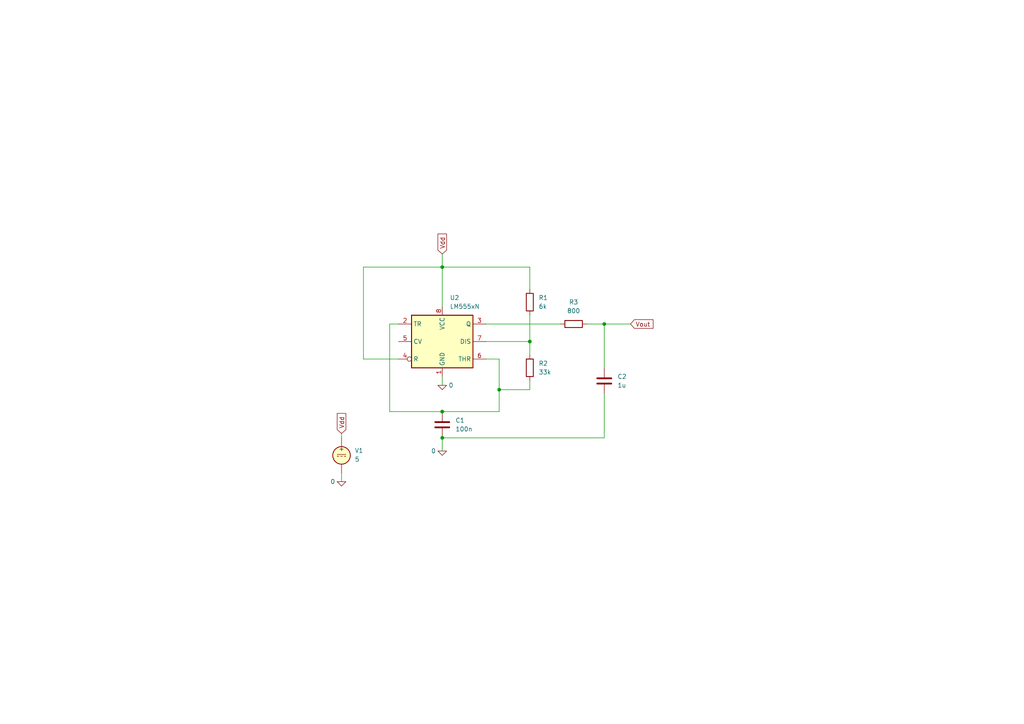
<source format=kicad_sch>
(kicad_sch (version 20230121) (generator eeschema)
  (paper "A4")
  (title_block (title "555 Sine Wave Gen") (date "2024-03-29") (rev "1.0"))
  (lib_symbols
    (symbol "Device:C" (pin_numbers hide) (pin_names (offset 0.254))
      (property "Reference" "C" (at 0.635 2.54 0))
      (property "Value" "C" (at 0.635 -2.54 0))
      (symbol "C_0_1"
        (polyline (pts (xy -2.032 -0.762) (xy 2.032 -0.762)) (stroke (width 0.508)))
        (polyline (pts (xy -2.032 0.762) (xy 2.032 0.762)) (stroke (width 0.508)))
      )
      (symbol "C_1_1"
        (pin passive line (at 0 3.81 270) (length 2.794) (name "~") (number "1"))
        (pin passive line (at 0 -3.81 90) (length 2.794) (name "~") (number "2"))
      )
    )
    (symbol "Device:R" (pin_numbers hide) (pin_names (offset 0))
      (property "Reference" "R" (at 2.032 0 90))
      (property "Value" "R" (at 0 0 90))
      (symbol "R_0_1"
        (rectangle (start -1.016 -2.54) (end 1.016 2.54) (stroke (width 0.254)))
      )
      (symbol "R_1_1"
        (pin passive line (at 0 3.81 270) (length 1.27) (name "~") (number "1"))
        (pin passive line (at 0 -3.81 90) (length 1.27) (name "~") (number "2"))
      )
    )
    (symbol "Simulation_SPICE:0" (power) (pin_names (offset 0))
      (property "Value" "0" (at 0 -1.778 0))
      (symbol "0_0_1"
        (polyline (pts (xy -1.27 0) (xy 0 -1.27) (xy 1.27 0) (xy -1.27 0)))
      )
      (symbol "0_1_1"
        (pin power_in line (at 0 0 0) (length 0) hide (name "0") (number "1"))
      )
    )
    (symbol "Simulation_SPICE:VDC" (pin_numbers hide) (pin_names (offset 0.0254))
      (property "Reference" "V" (at 2.54 2.54 0))
      (property "Value" "1" (at 2.54 0 0))
      (symbol "VDC_0_0"
        (polyline (pts (xy -1.27 0.254) (xy 1.27 0.254)))
        (polyline (pts (xy -0.762 -0.254) (xy -1.27 -0.254)))
        (polyline (pts (xy 0.254 -0.254) (xy -0.254 -0.254)))
        (polyline (pts (xy 1.27 -0.254) (xy 0.762 -0.254)))
        (text "+" (at 0 1.905 0) (effects (font (size 1.27 1.27))))
      )
      (symbol "VDC_0_1"
        (circle (center 0 0) (radius 2.54) (stroke (width 0.254)) (fill (type background)))
      )
      (symbol "VDC_1_1"
        (pin passive line (at 0 5.08 270) (length 2.54) (name "~") (number "1"))
        (pin passive line (at 0 -5.08 90) (length 2.54) (name "~") (number "2"))
      )
    )
    (symbol "Timer:LM555xN"
      (property "Reference" "U" (at -10.16 8.89 0))
      (property "Value" "LM555xN" (at 2.54 8.89 0))
      (symbol "LM555xN_0_0"
        (pin power_in line (at 0 -10.16 90) (length 2.54) (name "GND") (number "1"))
        (pin power_in line (at 0 10.16 270) (length 2.54) (name "VCC") (number "8"))
      )
      (symbol "LM555xN_0_1"
        (rectangle (start -8.89 -7.62) (end 8.89 7.62) (stroke (width 0.254)) (fill (type background)))
        (rectangle (start -8.89 -7.62) (end 8.89 7.62) (stroke (width 0.254)) (fill (type background)))
      )
      (symbol "LM555xN_1_1"
        (pin input line (at -12.7 5.08 0) (length 3.81) (name "TR") (number "2"))
        (pin output line (at 12.7 5.08 180) (length 3.81) (name "Q") (number "3"))
        (pin input inverted (at -12.7 -5.08 0) (length 3.81) (name "R") (number "4"))
        (pin input line (at -12.7 0 0) (length 3.81) (name "CV") (number "5"))
        (pin input line (at 12.7 -5.08 180) (length 3.81) (name "THR") (number "6"))
        (pin input line (at 12.7 0 180) (length 3.81) (name "DIS") (number "7"))
      )
    )
  )
  (junction (at 144.78 113.03))
  (junction (at 175.26 93.98))
  (junction (at 128.27 119.38))
  (junction (at 128.27 127))
  (junction (at 128.27 77.47))
  (junction (at 153.67 99.06))
  (wire (pts (xy 99.06 137.16) (xy 99.06 139.7)))
  (wire (pts (xy 153.67 102.87) (xy 153.67 99.06)))
  (wire (pts (xy 144.78 119.38) (xy 144.78 113.03)))
  (wire (pts (xy 170.18 93.98) (xy 175.26 93.98)))
  (wire (pts (xy 153.67 77.47) (xy 153.67 83.82)))
  (wire (pts (xy 105.41 77.47) (xy 105.41 104.14)))
  (wire (pts (xy 128.27 119.38) (xy 144.78 119.38)))
  (wire (pts (xy 140.97 99.06) (xy 153.67 99.06)))
  (wire (pts (xy 144.78 113.03) (xy 153.67 113.03)))
  (wire (pts (xy 128.27 77.47) (xy 153.67 77.47)))
  (wire (pts (xy 113.03 93.98) (xy 113.03 119.38)))
  (wire (pts (xy 128.27 77.47) (xy 128.27 88.9)))
  (wire (pts (xy 113.03 119.38) (xy 128.27 119.38)))
  (wire (pts (xy 153.67 91.44) (xy 153.67 99.06)))
  (wire (pts (xy 175.26 93.98) (xy 182.88 93.98)))
  (wire (pts (xy 105.41 104.14) (xy 115.57 104.14)))
  (wire (pts (xy 175.26 127) (xy 175.26 114.3)))
  (wire (pts (xy 128.27 73.66) (xy 128.27 77.47)))
  (wire (pts (xy 115.57 93.98) (xy 113.03 93.98)))
  (wire (pts (xy 175.26 106.68) (xy 175.26 93.98)))
  (wire (pts (xy 128.27 127) (xy 128.27 130.81)))
  (wire (pts (xy 140.97 93.98) (xy 162.56 93.98)))
  (wire (pts (xy 128.27 109.22) (xy 128.27 111.76)))
  (wire (pts (xy 144.78 104.14) (xy 140.97 104.14)))
  (wire (pts (xy 144.78 104.14) (xy 144.78 113.03)))
  (wire (pts (xy 99.06 127) (xy 99.06 125.73)))
  (wire (pts (xy 128.27 127) (xy 175.26 127)))
  (wire (pts (xy 128.27 77.47) (xy 105.41 77.47)))
  (wire (pts (xy 153.67 113.03) (xy 153.67 110.49)))
  (global_label "Vdd" (shape input) (at 128.27 73.66 90) (property "Intersheetrefs" "${INTERSHEET_REFS}" (effects hide)))
  (global_label "Vdd" (shape input) (at 99.06 125.73 90) (property "Intersheetrefs" "${INTERSHEET_REFS}" (effects hide)))
  (global_label "Vout" (shape input) (at 182.88 93.98 0) (property "Intersheetrefs" "${INTERSHEET_REFS}" (effects hide)))
  (symbol (lib_id "Simulation_SPICE:0") (at 99.06 139.7 0) (unit 1)
    (property "Reference" "#GND01" (effects hide))
    (property "Value" "0" (at 96.52 139.7 0))
  )
  (symbol (lib_id "Timer:LM555xN") (at 128.27 99.06 0) (unit 1)
    (property "Reference" "U2" (at 130.4641 86.36 0) (effects (justify left)))
    (property "Value" "LM555xN" (at 130.4641 88.9 0) (effects (justify left)))
    (property "Footprint" "Package_DIP:DIP-8_W7.62mm" (effects hide))
    (property "Datasheet" "http://www.ti.com/lit/ds/symlink/lm555.pdf" (effects hide))
    (property "Sim.Library" "/home/xtro/storage/kicad/spice_models/special_models/BIP-555.lib" (effects hide))
    (property "Sim.Name" "555bip" (effects hide))
    (property "Sim.Device" "SUBCKT" (effects hide))
    (property "Sim.Pins" "1=GND 2=Trig 3=Out 4=Reset 5=Vctrl 6=Threas 7=Dis 8=Vcc" (effects hide))
  )
  (symbol (lib_id "Device:R") (at 166.37 93.98 90) (unit 1)
    (property "Reference" "R3" (at 166.37 87.63 90))
    (property "Value" "800" (at 166.37 90.17 90))
  )
  (symbol (lib_id "Simulation_SPICE:VDC") (at 99.06 132.08 0) (unit 1)
    (property "Reference" "V1" (at 102.87 130.6802 0) (effects (justify left)))
    (property "Value" "5" (at 102.87 133.2202 0) (effects (justify left)))
    (property "Sim.Pins" "1=+ 2=-" (effects hide))
    (property "Sim.Type" "DC" (effects hide))
    (property "Sim.Device" "V" (effects hide))
  )
  (symbol (lib_id "Device:C") (at 175.26 110.49 0) (unit 1)
    (property "Reference" "C2" (at 179.07 109.22 0) (effects (justify left)))
    (property "Value" "1u" (at 179.07 111.76 0) (effects (justify left)))
  )
  (symbol (lib_id "Device:R") (at 153.67 87.63 0) (unit 1)
    (property "Reference" "R1" (at 156.21 86.36 0) (effects (justify left)))
    (property "Value" "6k" (at 156.21 88.9 0) (effects (justify left)))
  )
  (symbol (lib_id "Simulation_SPICE:0") (at 128.27 111.76 0) (unit 1)
    (property "Reference" "#GND02" (effects hide))
    (property "Value" "0" (at 130.81 111.76 0))
  )
  (symbol (lib_id "Simulation_SPICE:0") (at 128.27 130.81 0) (unit 1)
    (property "Reference" "#GND03" (effects hide))
    (property "Value" "0" (at 125.73 130.81 0))
  )
  (symbol (lib_id "Device:C") (at 128.27 123.19 0) (unit 1)
    (property "Reference" "C1" (at 132.08 121.92 0) (effects (justify left)))
    (property "Value" "100n" (at 132.08 124.46 0) (effects (justify left)))
  )
  (symbol (lib_id "Device:R") (at 153.67 106.68 0) (unit 1)
    (property "Reference" "R2" (at 156.21 105.41 0) (effects (justify left)))
    (property "Value" "33k" (at 156.21 107.95 0) (effects (justify left)))
  )
)
</source>
